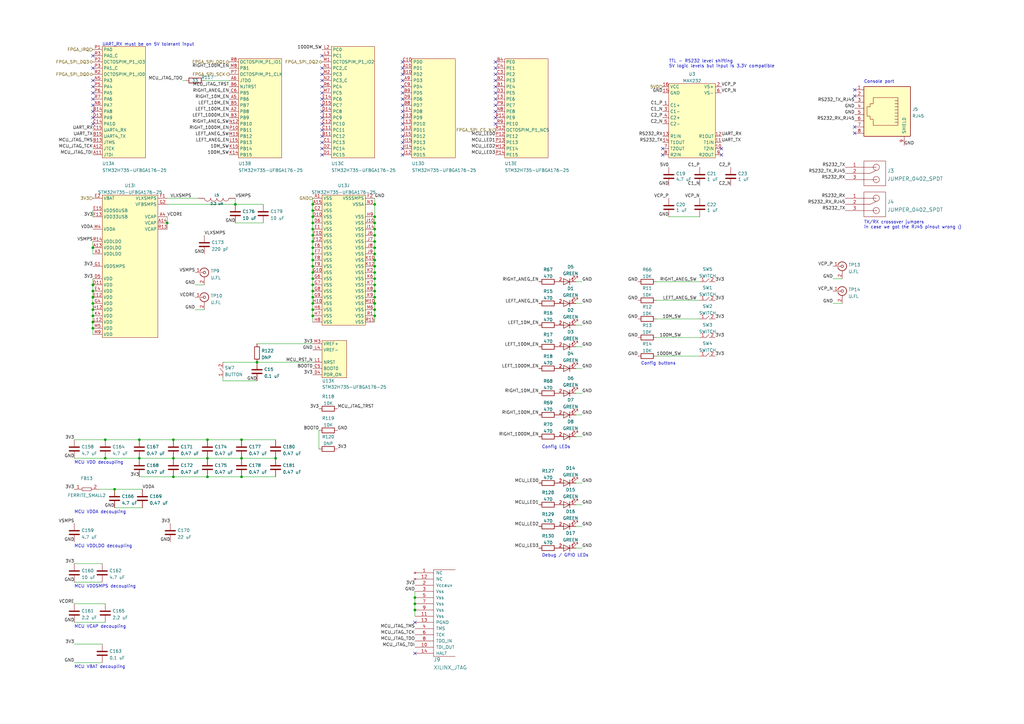
<source format=kicad_sch>
(kicad_sch (version 20211123) (generator eeschema)
  (paper "A3")
  (title_block (title "Active 10/100/1000baseT Tap") (date "2022-12-21") (rev "0.1") (company "Antikernel Labs") (comment 1 "Andrew D. Zonenberg"))
  (junction (at 128.27 127))
  (junction (at 105.41 148.59))
  (junction (at 38.1 127))
  (junction (at 128.27 93.98))
  (junction (at 99.06 187.96))
  (junction (at 153.67 121.92))
  (junction (at 153.67 83.82))
  (junction (at 128.27 119.38))
  (junction (at 71.12 195.58))
  (junction (at 38.1 116.84))
  (junction (at 153.67 124.46))
  (junction (at 153.67 114.3))
  (junction (at 170.18 245.11))
  (junction (at 57.15 180.34))
  (junction (at 38.1 124.46))
  (junction (at 128.27 91.44))
  (junction (at 153.67 88.9))
  (junction (at 153.67 101.6))
  (junction (at 71.12 180.34))
  (junction (at 68.58 91.44))
  (junction (at 128.27 116.84))
  (junction (at 153.67 104.14))
  (junction (at 153.67 96.52))
  (junction (at 153.67 91.44))
  (junction (at 128.27 106.68))
  (junction (at 153.67 111.76))
  (junction (at 128.27 114.3))
  (junction (at 153.67 109.22))
  (junction (at 170.18 247.65))
  (junction (at 128.27 96.52))
  (junction (at 38.1 119.38))
  (junction (at 113.03 187.96))
  (junction (at 38.1 132.08))
  (junction (at 153.67 127))
  (junction (at 170.18 250.19))
  (junction (at 38.1 134.62))
  (junction (at 153.67 93.98))
  (junction (at 96.52 83.82))
  (junction (at 128.27 83.82))
  (junction (at 46.99 200.66))
  (junction (at 153.67 119.38))
  (junction (at 128.27 129.54))
  (junction (at 128.27 109.22))
  (junction (at 38.1 121.92))
  (junction (at 128.27 99.06))
  (junction (at 128.27 101.6))
  (junction (at 128.27 124.46))
  (junction (at 85.09 187.96))
  (junction (at 57.15 187.96))
  (junction (at 99.06 180.34))
  (junction (at 153.67 116.84))
  (junction (at 85.09 180.34))
  (junction (at 38.1 129.54))
  (junction (at 128.27 86.36))
  (junction (at 153.67 99.06))
  (junction (at 128.27 111.76))
  (junction (at 43.18 180.34))
  (junction (at 38.1 101.6))
  (junction (at 128.27 121.92))
  (junction (at 71.12 187.96))
  (junction (at 43.18 187.96))
  (junction (at 128.27 104.14))
  (junction (at 153.67 129.54))
  (junction (at 99.06 195.58))
  (junction (at 153.67 106.68))
  (junction (at 85.09 195.58))
  (junction (at 128.27 88.9))
  (no_connect (at 165.1 53.34))
  (no_connect (at 170.18 267.97))
  (no_connect (at 165.1 48.26))
  (no_connect (at 165.1 33.02))
  (no_connect (at 165.1 30.48))
  (no_connect (at 165.1 25.4))
  (no_connect (at 165.1 45.72))
  (no_connect (at 165.1 43.18))
  (no_connect (at 165.1 40.64))
  (no_connect (at 165.1 38.1))
  (no_connect (at 165.1 35.56))
  (no_connect (at 38.1 48.26))
  (no_connect (at 203.2 40.64))
  (no_connect (at 203.2 43.18))
  (no_connect (at 203.2 45.72))
  (no_connect (at 203.2 48.26))
  (no_connect (at 203.2 50.8))
  (no_connect (at 350.52 39.37))
  (no_connect (at 350.52 36.83))
  (no_connect (at 38.1 45.72))
  (no_connect (at 132.08 60.96))
  (no_connect (at 203.2 25.4))
  (no_connect (at 203.2 27.94))
  (no_connect (at 203.2 30.48))
  (no_connect (at 203.2 33.02))
  (no_connect (at 203.2 35.56))
  (no_connect (at 295.91 63.5))
  (no_connect (at 271.78 60.96))
  (no_connect (at 271.78 63.5))
  (no_connect (at 170.18 255.27))
  (no_connect (at 203.2 38.1))
  (no_connect (at 38.1 50.8))
  (no_connect (at 132.08 22.86))
  (no_connect (at 132.08 27.94))
  (no_connect (at 132.08 30.48))
  (no_connect (at 132.08 33.02))
  (no_connect (at 132.08 35.56))
  (no_connect (at 132.08 38.1))
  (no_connect (at 132.08 40.64))
  (no_connect (at 132.08 43.18))
  (no_connect (at 132.08 48.26))
  (no_connect (at 132.08 50.8))
  (no_connect (at 132.08 53.34))
  (no_connect (at 132.08 55.88))
  (no_connect (at 132.08 58.42))
  (no_connect (at 132.08 45.72))
  (no_connect (at 165.1 27.94))
  (no_connect (at 132.08 63.5))
  (no_connect (at 165.1 63.5))
  (no_connect (at 165.1 60.96))
  (no_connect (at 165.1 58.42))
  (no_connect (at 165.1 55.88))
  (no_connect (at 350.52 52.07))
  (no_connect (at 350.52 54.61))
  (no_connect (at 38.1 38.1))
  (no_connect (at 38.1 40.64))
  (no_connect (at 38.1 43.18))
  (no_connect (at 38.1 22.86))
  (no_connect (at 38.1 27.94))
  (no_connect (at 38.1 35.56))
  (no_connect (at 38.1 33.02))
  (no_connect (at 295.91 60.96))
  (no_connect (at 165.1 50.8))
  (wire (pts (xy 91.44 156.21) (xy 91.44 154.94)))
  (wire (pts (xy 153.67 99.06) (xy 153.67 101.6)))
  (wire (pts (xy 128.27 93.98) (xy 128.27 96.52)))
  (wire (pts (xy 153.67 119.38) (xy 153.67 121.92)))
  (wire (pts (xy 38.1 114.3) (xy 38.1 116.84)))
  (wire (pts (xy 236.22 133.35) (xy 238.76 133.35)))
  (wire (pts (xy 128.27 124.46) (xy 128.27 127)))
  (wire (pts (xy 68.58 81.28) (xy 81.28 81.28)))
  (wire (pts (xy 236.22 151.13) (xy 238.76 151.13)))
  (wire (pts (xy 46.99 208.28) (xy 58.42 208.28)))
  (wire (pts (xy 96.52 83.82) (xy 107.95 83.82)))
  (wire (pts (xy 30.48 271.78) (xy 41.91 271.78)))
  (wire (pts (xy 128.27 96.52) (xy 128.27 99.06)))
  (wire (pts (xy 30.48 255.27) (xy 43.18 255.27)))
  (wire (pts (xy 30.48 247.65) (xy 43.18 247.65)))
  (wire (pts (xy 128.27 111.76) (xy 128.27 114.3)))
  (wire (pts (xy 153.67 111.76) (xy 153.67 114.3)))
  (wire (pts (xy 170.18 250.19) (xy 170.18 252.73)))
  (wire (pts (xy 170.18 247.65) (xy 170.18 250.19)))
  (wire (pts (xy 57.15 195.58) (xy 71.12 195.58)))
  (wire (pts (xy 38.1 101.6) (xy 38.1 104.14)))
  (wire (pts (xy 80.01 127) (xy 83.82 127)))
  (wire (pts (xy 71.12 195.58) (xy 85.09 195.58)))
  (wire (pts (xy 38.1 121.92) (xy 38.1 124.46)))
  (wire (pts (xy 128.27 129.54) (xy 128.27 132.08)))
  (wire (pts (xy 128.27 116.84) (xy 128.27 119.38)))
  (wire (pts (xy 128.27 106.68) (xy 128.27 109.22)))
  (wire (pts (xy 38.1 116.84) (xy 38.1 119.38)))
  (wire (pts (xy 153.67 81.28) (xy 153.67 83.82)))
  (wire (pts (xy 38.1 99.06) (xy 38.1 101.6)))
  (wire (pts (xy 99.06 180.34) (xy 113.03 180.34)))
  (wire (pts (xy 38.1 119.38) (xy 38.1 121.92)))
  (wire (pts (xy 236.22 124.46) (xy 238.76 124.46)))
  (wire (pts (xy 128.27 91.44) (xy 128.27 93.98)))
  (wire (pts (xy 153.67 129.54) (xy 153.67 132.08)))
  (wire (pts (xy 128.27 109.22) (xy 128.27 111.76)))
  (wire (pts (xy 71.12 180.34) (xy 85.09 180.34)))
  (wire (pts (xy 153.67 106.68) (xy 153.67 109.22)))
  (wire (pts (xy 38.1 132.08) (xy 38.1 134.62)))
  (wire (pts (xy 170.18 242.57) (xy 170.18 245.11)))
  (wire (pts (xy 46.99 200.66) (xy 58.42 200.66)))
  (wire (pts (xy 236.22 215.9) (xy 238.76 215.9)))
  (wire (pts (xy 153.67 104.14) (xy 153.67 106.68)))
  (wire (pts (xy 38.1 124.46) (xy 38.1 127)))
  (wire (pts (xy 341.63 124.46) (xy 345.44 124.46)))
  (wire (pts (xy 30.48 264.16) (xy 41.91 264.16)))
  (wire (pts (xy 38.1 134.62) (xy 38.1 137.16)))
  (wire (pts (xy 57.15 187.96) (xy 71.12 187.96)))
  (wire (pts (xy 153.67 96.52) (xy 153.67 99.06)))
  (wire (pts (xy 80.01 116.84) (xy 83.82 116.84)))
  (wire (pts (xy 30.48 238.76) (xy 41.91 238.76)))
  (wire (pts (xy 38.1 86.36) (xy 38.1 88.9)))
  (wire (pts (xy 236.22 179.07) (xy 238.76 179.07)))
  (wire (pts (xy 130.81 176.53) (xy 130.81 184.15)))
  (wire (pts (xy 68.58 88.9) (xy 68.58 91.44)))
  (wire (pts (xy 153.67 83.82) (xy 153.67 88.9)))
  (wire (pts (xy 128.27 88.9) (xy 128.27 91.44)))
  (wire (pts (xy 236.22 115.57) (xy 238.76 115.57)))
  (wire (pts (xy 128.27 99.06) (xy 128.27 101.6)))
  (wire (pts (xy 83.82 33.02) (xy 93.98 33.02)))
  (wire (pts (xy 128.27 101.6) (xy 128.27 104.14)))
  (wire (pts (xy 153.67 121.92) (xy 153.67 124.46)))
  (wire (pts (xy 153.67 124.46) (xy 153.67 127)))
  (wire (pts (xy 153.67 88.9) (xy 153.67 91.44)))
  (wire (pts (xy 269.24 123.19) (xy 287.02 123.19)))
  (wire (pts (xy 269.24 138.43) (xy 287.02 138.43)))
  (wire (pts (xy 170.18 245.11) (xy 170.18 247.65)))
  (wire (pts (xy 85.09 187.96) (xy 99.06 187.96)))
  (wire (pts (xy 236.22 198.12) (xy 238.76 198.12)))
  (wire (pts (xy 236.22 207.01) (xy 238.76 207.01)))
  (wire (pts (xy 128.27 121.92) (xy 128.27 124.46)))
  (wire (pts (xy 43.18 180.34) (xy 57.15 180.34)))
  (wire (pts (xy 236.22 224.79) (xy 238.76 224.79)))
  (wire (pts (xy 38.1 129.54) (xy 38.1 132.08)))
  (wire (pts (xy 153.67 93.98) (xy 153.67 96.52)))
  (wire (pts (xy 99.06 187.96) (xy 113.03 187.96)))
  (wire (pts (xy 128.27 81.28) (xy 128.27 83.82)))
  (wire (pts (xy 91.44 148.59) (xy 105.41 148.59)))
  (wire (pts (xy 38.1 127) (xy 38.1 129.54)))
  (wire (pts (xy 236.22 170.18) (xy 238.76 170.18)))
  (wire (pts (xy 128.27 119.38) (xy 128.27 121.92)))
  (wire (pts (xy 153.67 127) (xy 153.67 129.54)))
  (wire (pts (xy 269.24 115.57) (xy 287.02 115.57)))
  (wire (pts (xy 128.27 114.3) (xy 128.27 116.84)))
  (wire (pts (xy 274.32 88.9) (xy 287.02 88.9)))
  (wire (pts (xy 96.52 91.44) (xy 107.95 91.44)))
  (wire (pts (xy 30.48 180.34) (xy 43.18 180.34)))
  (wire (pts (xy 85.09 195.58) (xy 99.06 195.58)))
  (wire (pts (xy 128.27 86.36) (xy 128.27 88.9)))
  (wire (pts (xy 71.12 187.96) (xy 85.09 187.96)))
  (wire (pts (xy 236.22 161.29) (xy 238.76 161.29)))
  (wire (pts (xy 105.41 140.97) (xy 128.27 140.97)))
  (wire (pts (xy 153.67 114.3) (xy 153.67 116.84)))
  (wire (pts (xy 43.18 187.96) (xy 57.15 187.96)))
  (wire (pts (xy 128.27 104.14) (xy 128.27 106.68)))
  (wire (pts (xy 128.27 127) (xy 128.27 129.54)))
  (wire (pts (xy 153.67 91.44) (xy 153.67 93.98)))
  (wire (pts (xy 269.24 130.81) (xy 287.02 130.81)))
  (wire (pts (xy 105.41 148.59) (xy 128.27 148.59)))
  (wire (pts (xy 341.63 114.3) (xy 345.44 114.3)))
  (wire (pts (xy 128.27 83.82) (xy 128.27 86.36)))
  (wire (pts (xy 105.41 156.21) (xy 91.44 156.21)))
  (wire (pts (xy 30.48 187.96) (xy 43.18 187.96)))
  (wire (pts (xy 99.06 195.58) (xy 113.03 195.58)))
  (wire (pts (xy 153.67 116.84) (xy 153.67 119.38)))
  (wire (pts (xy 96.52 83.82) (xy 96.52 81.28)))
  (wire (pts (xy 68.58 91.44) (xy 68.58 93.98)))
  (wire (pts (xy 85.09 180.34) (xy 99.06 180.34)))
  (wire (pts (xy 269.24 146.05) (xy 287.02 146.05)))
  (wire (pts (xy 153.67 101.6) (xy 153.67 104.14)))
  (wire (pts (xy 57.15 180.34) (xy 71.12 180.34)))
  (wire (pts (xy 236.22 142.24) (xy 238.76 142.24)))
  (wire (pts (xy 30.48 231.14) (xy 41.91 231.14)))
  (wire (pts (xy 153.67 109.22) (xy 153.67 111.76)))
  (wire (pts (xy 40.64 200.66) (xy 46.99 200.66)))
  (wire (pts (xy 68.58 83.82) (xy 96.52 83.82)))
  (wire (pts (xy 74.93 33.02) (xy 76.2 33.02)))
  (text "TX/RX crossover jumpers\nin case we got the RJ45 pinout wrong :)" (at 354.33 93.98 0) (effects (font (size 1.27 1.27)) (justify left bottom)))
  (text "MCU VCAP decoupling" (at 30.48 257.81 0) (effects (font (size 1.27 1.27)) (justify left bottom)))
  (text "Config buttons" (at 262.89 149.86 0) (effects (font (size 1.27 1.27)) (justify left bottom)))
  (text "Console port" (at 354.33 34.29 0) (effects (font (size 1.27 1.27)) (justify left bottom)))
  (text "UART_RX must be on 5V tolerant input" (at 41.91 19.05 0) (effects (font (size 1.27 1.27)) (justify left bottom)))
  (text "MCU VDDSMPS decoupling" (at 30.48 241.3 0) (effects (font (size 1.27 1.27)) (justify left bottom)))
  (text "MCU VDDA decoupling" (at 30.48 210.82 0) (effects (font (size 1.27 1.27)) (justify left bottom)))
  (text "MCU VBAT decoupling" (at 30.48 274.32 0) (effects (font (size 1.27 1.27)) (justify left bottom)))
  (text "MCU VDD decoupling" (at 30.48 190.5 0) (effects (font (size 1.27 1.27)) (justify left bottom)))
  (text "Debug / GPIO LEDs" (at 222.25 228.6 0) (effects (font (size 1.27 1.27)) (justify left bottom)))
  (text "Config LEDs" (at 222.25 184.15 0) (effects (font (size 1.27 1.27)) (justify left bottom)))
  (text "MCU VDDLDO decoupling" (at 30.48 224.79 0) (effects (font (size 1.27 1.27)) (justify left bottom)))
  (text "TTL - RS232 level shifting\n5V logic levels but input is 3.3V compatible" (at 274.32 27.94 0) (effects (font (size 1.27 1.27)) (justify left bottom)))
  (label "RIGHT_1000M_EN" (at 220.98 179.07 180))
  (label "GND" (at 170.18 242.57 180))
  (label "GND" (at 238.76 224.79 0))
  (label "GND" (at 350.52 46.99 180))
  (label "GND" (at 30.48 271.78 180))
  (label "GND" (at 271.78 38.1 180))
  (label "MCU_LED3" (at 220.98 224.79 180))
  (label "BOOT0" (at 130.81 176.53 180))
  (label "RIGHT_ANEG_SW" (at 93.98 50.8 180))
  (label "RS232_TX_RJ45" (at 346.71 71.12 180))
  (label "MCU_LED1" (at 220.98 207.01 180))
  (label "UART_RX" (at 295.91 55.88 0))
  (label "GND" (at 30.48 222.25 180))
  (label "GND" (at 238.76 215.9 0))
  (label "RIGHT_10M_EN" (at 93.98 40.64 180))
  (label "UART_TX" (at 295.91 58.42 0))
  (label "UART_TX" (at 38.1 55.88 180))
  (label "MCU_LED1" (at 203.2 58.42 180))
  (label "VSMPS" (at 38.1 99.06 180))
  (label "GND" (at 128.27 143.51 180))
  (label "100M_SW" (at 93.98 63.5 180))
  (label "3V3" (at 38.1 88.9 180))
  (label "GND" (at 261.62 146.05 180))
  (label "GND" (at 238.76 161.29 0))
  (label "VCP_P" (at 341.63 109.22 180))
  (label "RS232_TX_RJ45" (at 350.52 41.91 180))
  (label "VCP_P" (at 295.91 35.56 0))
  (label "GND" (at 238.76 115.57 0))
  (label "3V3" (at 128.27 140.97 180))
  (label "C2_N" (at 299.72 76.2 180))
  (label "GND" (at 30.48 238.76 180))
  (label "3V3" (at 57.15 195.58 180))
  (label "GND" (at 238.76 170.18 0))
  (label "RS232_RX" (at 271.78 55.88 180))
  (label "GND" (at 238.76 207.01 0))
  (label "GND" (at 274.32 76.2 180))
  (label "3V3" (at 293.37 123.19 0))
  (label "GND" (at 261.62 130.81 180))
  (label "VCORE" (at 68.58 88.9 0))
  (label "VCP_N" (at 287.02 81.28 180))
  (label "3V3" (at 138.43 184.15 0))
  (label "GND" (at 83.82 104.14 180))
  (label "RIGHT_100M_EN" (at 220.98 170.18 180))
  (label "RS232_RX_RJ45" (at 346.71 83.82 180))
  (label "3V3" (at 293.37 115.57 0))
  (label "GND" (at 69.85 222.25 180))
  (label "MCU_LED2" (at 220.98 215.9 180))
  (label "GND" (at 238.76 179.07 0))
  (label "VCORE" (at 80.01 121.92 180))
  (label "GND" (at 350.52 44.45 180))
  (label "VCP_N" (at 341.63 119.38 180))
  (label "3V3" (at 38.1 109.22 180))
  (label "GND" (at 261.62 123.19 180))
  (label "C2_N" (at 271.78 50.8 180))
  (label "GND" (at 30.48 187.96 180))
  (label "3V3" (at 130.81 167.64 180))
  (label "RS232_RX" (at 346.71 81.28 180))
  (label "3V3" (at 69.85 214.63 180))
  (label "VCP_P" (at 274.32 81.28 180))
  (label "BOOT0" (at 128.27 151.13 180))
  (label "UART_RX" (at 38.1 53.34 180))
  (label "C1_N" (at 287.02 76.2 180))
  (label "LEFT_100M_EN" (at 93.98 45.72 180))
  (label "GND" (at 46.99 208.28 180))
  (label "GND" (at 274.32 88.9 180))
  (label "GND" (at 261.62 115.57 180))
  (label "MCU_JTAG_TDO" (at 74.93 33.02 180))
  (label "VSMPS" (at 80.01 111.76 180))
  (label "RIGHT_ANEG_EN" (at 220.98 115.57 180))
  (label "1000M_SW" (at 279.4 146.05 180))
  (label "LEFT_ANEG_EN" (at 220.98 124.46 180))
  (label "MCU_JTAG_TRST" (at 138.43 167.64 0))
  (label "C2_P" (at 299.72 68.58 180))
  (label "LEFT_ANEG_SW" (at 93.98 55.88 180))
  (label "GND" (at 341.63 124.46 180))
  (label "VDDA" (at 58.42 200.66 0))
  (label "LEFT_100M_EN" (at 220.98 142.24 180))
  (label "RS232_TX" (at 346.71 68.58 180))
  (label "VLXSMPS" (at 69.85 81.28 0))
  (label "VSMPS" (at 30.48 214.63 180))
  (label "GND" (at 30.48 255.27 180))
  (label "RS232_RX_RJ45" (at 350.52 49.53 180))
  (label "GND" (at 105.41 156.21 180))
  (label "LEFT_10M_EN" (at 93.98 43.18 180))
  (label "GND" (at 238.76 133.35 0))
  (label "LEFT_1000M_EN" (at 220.98 151.13 180))
  (label "MCU_JTAG_TRST" (at 93.98 35.56 180))
  (label "GND" (at 238.76 198.12 0))
  (label "MCU_LED3" (at 203.2 63.5 180))
  (label "100M_SW" (at 279.4 138.43 180))
  (label "MCU_LED0" (at 220.98 198.12 180))
  (label "GND" (at 370.84 59.69 0))
  (label "GND" (at 341.63 114.3 180))
  (label "C1_N" (at 271.78 45.72 180))
  (label "3V3" (at 38.1 114.3 180))
  (label "RIGHT_1000M_EN" (at 93.98 53.34 180))
  (label "GND" (at 138.43 176.53 0))
  (label "VLXSMPS" (at 83.82 96.52 0))
  (label "GND" (at 238.76 142.24 0))
  (label "RIGHT_ANEG_EN" (at 93.98 38.1 180))
  (label "LEFT_ANEG_EN" (at 93.98 58.42 180))
  (label "MCU_JTAG_TCK" (at 38.1 60.96 180))
  (label "3V3" (at 128.27 153.67 180))
  (label "3V3" (at 293.37 138.43 0))
  (label "MCU_JTAG_TCK" (at 170.18 260.35 180))
  (label "1000M_SW" (at 132.08 20.32 180))
  (label "3V3" (at 293.37 146.05 0))
  (label "3V3" (at 30.48 180.34 180))
  (label "C1_P" (at 287.02 68.58 180))
  (label "GND" (at 80.01 127 180))
  (label "3V3" (at 170.18 240.03 180))
  (label "GND" (at 261.62 138.43 180))
  (label "C2_P" (at 271.78 48.26 180))
  (label "LEFT_ANEG_SW" (at 285.75 123.19 180))
  (label "VCORE" (at 30.48 247.65 180))
  (label "MCU_LED0" (at 203.2 55.88 180))
  (label "C1_P" (at 271.78 43.18 180))
  (label "GND" (at 96.52 91.44 180))
  (label "MCU_JTAG_TDO" (at 170.18 262.89 180))
  (label "VSMPS" (at 96.52 81.28 0))
  (label "10M_SW" (at 279.4 130.81 180))
  (label "RS232_RX" (at 346.71 73.66 180))
  (label "3V3" (at 30.48 200.66 180))
  (label "3V3" (at 30.48 231.14 180))
  (label "GND" (at 153.67 81.28 0))
  (label "LEFT_1000M_EN" (at 93.98 48.26 180))
  (label "MCU_RST_N" (at 128.27 148.59 180))
  (label "RIGHT_100M_EN" (at 93.98 27.94 180))
  (label "10M_SW" (at 93.98 60.96 180))
  (label "VCP_N" (at 295.91 38.1 0))
  (label "GND" (at 238.76 151.13 0))
  (label "MCU_JTAG_TDI" (at 170.18 265.43 180))
  (label "MCU_JTAG_TMS" (at 38.1 58.42 180))
  (label "RS232_TX" (at 346.71 86.36 180))
  (label "5V0" (at 274.32 68.58 180))
  (label "3V3" (at 30.48 264.16 180))
  (label "VDDA" (at 38.1 93.98 180))
  (label "LEFT_10M_EN" (at 220.98 133.35 180))
  (label "MCU_LED2" (at 203.2 60.96 180))
  (label "MCU_JTAG_TMS" (at 170.18 257.81 180))
  (label "MCU_JTAG_TDI" (at 38.1 63.5 180))
  (label "3V3" (at 293.37 130.81 0))
  (label "RIGHT_10M_EN" (at 220.98 161.29 180))
  (label "GND" (at 238.76 124.46 0))
  (label "RIGHT_ANEG_SW" (at 285.75 115.57 180))
  (label "GND" (at 80.01 116.84 180))
  (label "RS232_TX" (at 271.78 58.42 180))
  (hierarchical_label "FPGA_SPI_DQ2" (shape bidirectional) (at 132.08 25.4 180))
  (hierarchical_label "5V0" (shape input) (at 271.78 35.56 180))
  (hierarchical_label "FPGA_SPI_DQ3" (shape bidirectional) (at 38.1 25.4 180))
  (hierarchical_label "FPGA_SPI_SCK" (shape output) (at 93.98 30.48 180))
  (hierarchical_label "3V3" (shape input) (at 38.1 81.28 180))
  (hierarchical_label "FPGA_SPI_DQ0" (shape bidirectional) (at 38.1 30.48 180))
  (hierarchical_label "FPGA_SPI_DQ1" (shape bidirectional) (at 93.98 25.4 180))
  (hierarchical_label "GND" (shape input) (at 128.27 81.28 180))
  (hierarchical_label "FPGA_SPI_CS_N" (shape output) (at 203.2 53.34 180))
  (hierarchical_label "FPGA_IRQ" (shape input) (at 38.1 20.32 180))
  (symbol (lib_id "device:LED") (at 232.41 124.46 180) (unit 1)
    (property "Reference" "D1" (at 234.0102 118.3345 0))
    (property "Value" "GREEN" (at 234.0102 121.1096 0))
    (property "Footprint" "azonenberg_pcb:EIA_0603_LED" (effects hide))
  )
  (symbol (lib_id "device:R") (at 134.62 176.53 90) (unit 1)
    (property "Reference" "R119" (at 134.62 171.5475 90))
    (property "Value" "10K" (at 134.62 174.3226 90))
    (property "Footprint" "azonenberg_pcb:EIA_0402_RES_NOSILK" (effects hide))
  )
  (symbol (lib_id "xilinx-azonenberg:XILINX_JTAG") (at 170.18 267.97 0) (unit 1)
    (property "Reference" "J9" (at 177.8 270.51 0) (effects (font (size 1.524 1.524)) (justify left)))
    (property "Value" "XILINX_JTAG" (at 177.8 273.789 0) (effects (font (size 1.524 1.524)) (justify left)))
    (property "Footprint" "azonenberg_pcb:XILINX_JTAG_PTH_MOLEX_0878311420" (effects hide))
  )
  (symbol (lib_id "device:C") (at 71.12 191.77 0) (unit 1)
    (property "Reference" "C172" (at 74.041 190.8615 0) (effects (justify left)))
    (property "Value" "0.47 uF" (at 74.041 193.6366 0) (effects (justify left)))
    (property "Footprint" "azonenberg_pcb:EIA_0402_CAP_NOSILK" (effects hide))
  )
  (symbol (lib_id "device:R") (at 265.43 115.57 270) (unit 1)
    (property "Reference" "R66" (at 265.43 110.5875 90))
    (property "Value" "10K" (at 265.43 113.3626 90))
    (property "Footprint" "azonenberg_pcb:EIA_0402_RES_NOSILK" (effects hide))
  )
  (symbol (lib_id "device:R") (at 224.79 115.57 90) (unit 1)
    (property "Reference" "R67" (at 224.79 110.5875 90))
    (property "Value" "470" (at 224.79 113.3626 90))
    (property "Footprint" "azonenberg_pcb:EIA_0402_RES_NOSILK" (effects hide))
  )
  (symbol (lib_id "passive-azonenberg:SWITCH") (at 91.44 152.4 90) (unit 1)
    (property "Reference" "SW7" (at 92.1512 150.8565 90) (effects (justify right)))
    (property "Value" "BUTTON" (at 92.1512 153.6316 90) (effects (justify right)))
    (property "Footprint" "azonenberg_pcb:SWITCH_RAFI_MICON_5" (effects hide))
  )
  (symbol (lib_id "device:R") (at 224.79 161.29 90) (unit 1)
    (property "Reference" "R68" (at 224.79 156.3075 90))
    (property "Value" "470" (at 224.79 159.0826 90))
    (property "Footprint" "azonenberg_pcb:EIA_0402_RES_NOSILK" (effects hide))
  )
  (symbol (lib_id "device:C") (at 30.48 218.44 0) (unit 1)
    (property "Reference" "C159" (at 33.401 217.5315 0) (effects (justify left)))
    (property "Value" "4.7 uF" (at 33.401 220.3066 0) (effects (justify left)))
    (property "Footprint" "azonenberg_pcb:EIA_0603_CAP_NOSILK" (effects hide))
  )
  (symbol (lib_id "device:R") (at 80.01 33.02 90) (unit 1)
    (property "Reference" "R117" (at 85.09 31.75 90))
    (property "Value" "33" (at 80.01 33.02 90))
    (property "Footprint" "azonenberg_pcb:EIA_0402_RES_NOSILK" (effects hide))
  )
  (symbol (lib_id "device:LED") (at 232.41 198.12 180) (unit 1)
    (property "Reference" "D14" (at 234.0102 191.9945 0))
    (property "Value" "GREEN" (at 234.0102 194.7696 0))
    (property "Footprint" "azonenberg_pcb:EIA_0603_LED" (effects hide))
  )
  (symbol (lib_id "passive-azonenberg:INDUCTOR_PWROUT") (at 88.9 81.28 270) (unit 1)
    (property "Reference" "L5" (at 88.9 80.01 90) (effects (font (size 1.016 1.016))))
    (property "Value" "2.2 uH" (at 88.9 83.5544 90) (effects (font (size 1.016 1.016))))
    (property "Footprint" "azonenberg_pcb:EIA_1210_CAP_NOSILK" (effects hide))
  )
  (symbol (lib_id "passive-azonenberg:SWITCH") (at 289.56 146.05 0) (unit 1)
    (property "Reference" "SW4" (at 290.195 140.8643 0))
    (property "Value" "SWITCH" (at 290.195 143.6394 0))
    (property "Footprint" "azonenberg_pcb:SWITCH_RAFI_MICON_5" (effects hide))
  )
  (symbol (lib_id "device:C") (at 83.82 100.33 0) (unit 1)
    (property "Reference" "C173" (at 86.741 99.4215 0) (effects (justify left)))
    (property "Value" "220 pF" (at 86.741 102.1966 0) (effects (justify left)))
    (property "Footprint" "azonenberg_pcb:EIA_0402_CAP_NOSILK" (effects hide))
  )
  (symbol (lib_id "st-azonenberg:STM32H735-UFBGA176-25") (at 41.91 64.77 0) (unit 1)
    (property "Reference" "U13" (at 41.91 67.0749 0) (effects (justify left)))
    (property "Value" "STM32H735-UFBGA176-25" (at 41.91 69.85 0) (effects (justify left)))
    (property "Footprint" "azonenberg_pcb:BGA_201_10x10_DEPOP_0.65MM_OSHPARK" (effects hide))
    (pin "A11" (alternate "JTDI"))
    (pin "A12" (alternate "JTCK"))
    (pin "B13" (alternate "JTMS"))
    (pin "B15" (alternate "UART4_TX"))
    (pin "C15" (alternate "UART4_RX"))
    (pin "P2" (alternate "OCTOSPIM_P1_IO3"))
    (pin "R2" (alternate "OCTOSPIM_P1_IO0"))
  )
  (symbol (lib_id "device:C") (at 30.48 184.15 0) (unit 1)
    (property "Reference" "C158" (at 33.401 183.2415 0) (effects (justify left)))
    (property "Value" "4.7 uF" (at 33.401 186.0166 0) (effects (justify left)))
    (property "Footprint" "azonenberg_pcb:EIA_0603_CAP_NOSILK" (effects hide))
  )
  (symbol (lib_id "conn:RJ45") (at 361.95 45.72 270) (unit 1)
    (property "Reference" "J5" (at 374.142 44.8115 90) (effects (justify left)))
    (property "Value" "RJ45" (at 374.142 47.5866 90) (effects (justify left)))
    (property "Footprint" "azonenberg_pcb:CONN_RJ45_BELSTEWART_SS-7188S-A-PG4-1-BA-xx" (effects hide))
  )
  (symbol (lib_id "st-azonenberg:STM32H735-UFBGA176-25") (at 168.91 64.77 0) (unit 4)
    (property "Reference" "U13" (at 168.91 67.0749 0) (effects (justify left)))
    (property "Value" "STM32H735-UFBGA176-25" (at 168.91 69.85 0) (effects (justify left)))
    (property "Footprint" "azonenberg_pcb:BGA_201_10x10_DEPOP_0.65MM_OSHPARK" (effects hide))
  )
  (symbol (lib_id "device:C") (at 287.02 85.09 0) (unit 1)
    (property "Reference" "C22" (at 289.941 83.9216 0) (effects (justify left)))
    (property "Value" "1 uF" (at 289.941 86.233 0) (effects (justify left)))
    (property "Footprint" "azonenberg_pcb:EIA_0603_CAP_NOSILK" (effects hide))
  )
  (symbol (lib_id "device:LED") (at 232.41 224.79 180) (unit 1)
    (property "Reference" "D17" (at 234.0102 218.6645 0))
    (property "Value" "GREEN" (at 234.0102 221.4396 0))
    (property "Footprint" "azonenberg_pcb:EIA_0603_LED" (effects hide))
  )
  (symbol (lib_id "device:LED") (at 232.41 170.18 180) (unit 1)
    (property "Reference" "D7" (at 234.0102 164.0545 0))
    (property "Value" "GREEN" (at 234.0102 166.8296 0))
    (property "Footprint" "azonenberg_pcb:EIA_0603_LED" (effects hide))
  )
  (symbol (lib_id "device:C") (at 43.18 251.46 0) (unit 1)
    (property "Reference" "C165" (at 46.101 250.5515 0) (effects (justify left)))
    (property "Value" "2.2 uF" (at 46.101 253.3266 0) (effects (justify left)))
    (property "Footprint" "azonenberg_pcb:EIA_0603_CAP_NOSILK" (effects hide))
  )
  (symbol (lib_id "device:R") (at 224.79 133.35 90) (unit 1)
    (property "Reference" "R16" (at 224.79 128.3675 90))
    (property "Value" "470" (at 224.79 131.1426 90))
    (property "Footprint" "azonenberg_pcb:EIA_0402_RES_NOSILK" (effects hide))
  )
  (symbol (lib_id "device:LED") (at 232.41 207.01 180) (unit 1)
    (property "Reference" "D15" (at 234.0102 200.8845 0))
    (property "Value" "GREEN" (at 234.0102 203.6596 0))
    (property "Footprint" "azonenberg_pcb:EIA_0603_LED" (effects hide))
  )
  (symbol (lib_id "device:LED") (at 232.41 161.29 180) (unit 1)
    (property "Reference" "D6" (at 234.0102 155.1645 0))
    (property "Value" "GREEN" (at 234.0102 157.9396 0))
    (property "Footprint" "azonenberg_pcb:EIA_0603_LED" (effects hide))
  )
  (symbol (lib_id "device:LED") (at 232.41 133.35 180) (unit 1)
    (property "Reference" "D2" (at 234.0102 127.2245 0))
    (property "Value" "GREEN" (at 234.0102 129.9996 0))
    (property "Footprint" "azonenberg_pcb:EIA_0603_LED" (effects hide))
  )
  (symbol (lib_id "device:C") (at 105.41 152.4 0) (unit 1)
    (property "Reference" "C15" (at 108.331 151.4915 0) (effects (justify left)))
    (property "Value" "0.1 uF" (at 108.331 154.2666 0) (effects (justify left)))
    (property "Footprint" "azonenberg_pcb:EIA_0402_CAP_NOSILK" (effects hide))
  )
  (symbol (lib_id "st-azonenberg:STM32H735-UFBGA176-25") (at 135.89 64.77 0) (unit 3)
    (property "Reference" "U13" (at 135.89 67.0749 0) (effects (justify left)))
    (property "Value" "STM32H735-UFBGA176-25" (at 135.89 69.85 0) (effects (justify left)))
    (property "Footprint" "azonenberg_pcb:BGA_201_10x10_DEPOP_0.65MM_OSHPARK" (effects hide))
    (pin "M1" (alternate "OCTOSPIM_P1_IO2"))
  )
  (symbol (lib_id "passive-azonenberg:SWITCH") (at 289.56 123.19 0) (unit 1)
    (property "Reference" "SW1" (at 290.195 118.0043 0))
    (property "Value" "SWITCH" (at 290.195 120.7794 0))
    (property "Footprint" "azonenberg_pcb:SWITCH_RAFI_MICON_5" (effects hide))
  )
  (symbol (lib_id "device:R") (at 224.79 224.79 90) (unit 1)
    (property "Reference" "R130" (at 224.79 219.8075 90))
    (property "Value" "470" (at 224.79 222.5826 90))
    (property "Footprint" "azonenberg_pcb:EIA_0402_RES_NOSILK" (effects hide))
  )
  (symbol (lib_id "device:R") (at 224.79 151.13 90) (unit 1)
    (property "Reference" "R18" (at 224.79 146.1475 90))
    (property "Value" "470" (at 224.79 148.9226 90))
    (property "Footprint" "azonenberg_pcb:EIA_0402_RES_NOSILK" (effects hide))
  )
  (symbol (lib_id "device:R") (at 224.79 124.46 90) (unit 1)
    (property "Reference" "R15" (at 224.79 119.4775 90))
    (property "Value" "470" (at 224.79 122.2526 90))
    (property "Footprint" "azonenberg_pcb:EIA_0402_RES_NOSILK" (effects hide))
  )
  (symbol (lib_id "device:R") (at 224.79 198.12 90) (unit 1)
    (property "Reference" "R127" (at 224.79 193.1375 90))
    (property "Value" "470" (at 224.79 195.9126 90))
    (property "Footprint" "azonenberg_pcb:EIA_0402_RES_NOSILK" (effects hide))
  )
  (symbol (lib_id "device:C") (at 274.32 85.09 0) (unit 1)
    (property "Reference" "C20" (at 277.241 83.9216 0) (effects (justify left)))
    (property "Value" "1 uF" (at 277.241 86.233 0) (effects (justify left)))
    (property "Footprint" "azonenberg_pcb:EIA_0603_CAP_NOSILK" (effects hide))
  )
  (symbol (lib_id "st-azonenberg:STM32H735-UFBGA176-25") (at 132.08 154.94 0) (unit 11)
    (property "Reference" "U13" (at 132.08 156.21 0) (effects (justify left)))
    (property "Value" "STM32H735-UFBGA176-25" (at 132.08 158.75 0) (effects (justify left)))
    (property "Footprint" "azonenberg_pcb:BGA_201_10x10_DEPOP_0.65MM_OSHPARK" (effects hide))
  )
  (symbol (lib_id "st-azonenberg:STM32H735-UFBGA176-25") (at 97.79 64.77 0) (unit 2)
    (property "Reference" "U13" (at 97.79 67.0749 0) (effects (justify left)))
    (property "Value" "STM32H735-UFBGA176-25" (at 97.79 69.85 0) (effects (justify left)))
    (property "Footprint" "azonenberg_pcb:BGA_201_10x10_DEPOP_0.65MM_OSHPARK" (effects hide))
    (pin "A6" (alternate "JTDO"))
    (pin "B6" (alternate "NJTRST"))
    (pin "P7" (alternate "OCTOSPIM_P1_CLK"))
    (pin "R8" (alternate "OCTOSPIM_P1_IO1"))
  )
  (symbol (lib_id "st-azonenberg:STM32H735-UFBGA176-25") (at 207.01 64.77 0) (unit 5)
    (property "Reference" "U13" (at 207.01 67.0749 0) (effects (justify left)))
    (property "Value" "STM32H735-UFBGA176-25" (at 207.01 69.85 0) (effects (justify left)))
    (property "Footprint" "azonenberg_pcb:BGA_201_10x10_DEPOP_0.65MM_OSHPARK" (effects hide))
    (pin "R12" (alternate "OCTOSPIM_P1_NCS"))
  )
  (symbol (lib_id "device:R") (at 265.43 123.19 270) (unit 1)
    (property "Reference" "R11" (at 265.43 118.2075 90))
    (property "Value" "10K" (at 265.43 120.9826 90))
    (property "Footprint" "azonenberg_pcb:EIA_0402_RES_NOSILK" (effects hide))
  )
  (symbol (lib_id "device:C") (at 46.99 204.47 0) (unit 1)
    (property "Reference" "C166" (at 49.911 203.5615 0) (effects (justify left)))
    (property "Value" "4.7 uF" (at 49.911 206.3366 0) (effects (justify left)))
    (property "Footprint" "azonenberg_pcb:EIA_0603_CAP_NOSILK" (effects hide))
  )
  (symbol (lib_id "device:C") (at 299.72 72.39 0) (unit 1)
    (property "Reference" "C23" (at 302.641 71.2216 0) (effects (justify left)))
    (property "Value" "1 uF" (at 302.641 73.533 0) (effects (justify left)))
    (property "Footprint" "azonenberg_pcb:EIA_0603_CAP_NOSILK" (effects hide))
  )
  (symbol (lib_id "device:R") (at 265.43 138.43 270) (unit 1)
    (property "Reference" "R13" (at 265.43 133.4475 90))
    (property "Value" "10K" (at 265.43 136.2226 90))
    (property "Footprint" "azonenberg_pcb:EIA_0402_RES_NOSILK" (effects hide))
  )
  (symbol (lib_id "device:R") (at 105.41 144.78 180) (unit 1)
    (property "Reference" "R122" (at 107.188 143.8715 0) (effects (justify right)))
    (property "Value" "DNP" (at 107.188 146.6466 0) (effects (justify right)))
    (property "Footprint" "azonenberg_pcb:EIA_0402_RES_NOSILK" (effects hide))
  )
  (symbol (lib_id "passive-azonenberg:FERRITE_SMALL2") (at 35.56 200.66 0) (unit 1)
    (property "Reference" "FB13" (at 35.56 196.1855 0))
    (property "Value" "FERRITE_SMALL2" (at 35.56 203.2 0))
    (property "Footprint" "azonenberg_pcb:EIA_0603_INDUCTOR_NOSILK" (effects hide))
  )
  (symbol (lib_id "device:R") (at 224.79 179.07 90) (unit 1)
    (property "Reference" "R70" (at 224.79 174.0875 90))
    (property "Value" "470" (at 224.79 176.8626 90))
    (property "Footprint" "azonenberg_pcb:EIA_0402_RES_NOSILK" (effects hide))
  )
  (symbol (lib_id "special-azonenberg:JUMPER_0402_SPDT") (at 354.33 88.9 0) (mirror y) (unit 1)
    (property "Reference" "J4" (at 363.855 82.7553 0) (effects (font (size 1.524 1.524)) (justify right)))
    (property "Value" "JUMPER_0402_SPDT" (at 363.855 86.0343 0) (effects (font (size 1.524 1.524)) (justify right)))
    (property "Footprint" "azonenberg_pcb:EIA_0402_JUMPER" (effects hide))
  )
  (symbol (lib_id "device:C") (at 107.95 87.63 0) (unit 1)
    (property "Reference" "C179" (at 110.871 86.7215 0) (effects (justify left)))
    (property "Value" "10 uF" (at 110.871 89.4966 0) (effects (justify left)))
    (property "Footprint" "azonenberg_pcb:EIA_0805_CAP_NOSILK" (effects hide))
  )
  (symbol (lib_id "device:R") (at 265.43 146.05 270) (unit 1)
    (property "Reference" "R14" (at 265.43 141.0675 90))
    (property "Value" "10K" (at 265.43 143.8426 90))
    (property "Footprint" "azonenberg_pcb:EIA_0402_RES_NOSILK" (effects hide))
  )
  (symbol (lib_id "device:C") (at 30.48 234.95 0) (unit 1)
    (property "Reference" "C160" (at 33.401 234.0415 0) (effects (justify left)))
    (property "Value" "10 uF" (at 33.401 236.8166 0) (effects (justify left)))
    (property "Footprint" "azonenberg_pcb:EIA_0805_CAP_NOSILK" (effects hide))
  )
  (symbol (lib_id "conn:CONN_COAXIAL") (at 83.82 111.76 0) (unit 1)
    (property "Reference" "TP9" (at 86.3601 111.1447 0) (effects (justify left)))
    (property "Value" "U.FL" (at 86.3601 113.9198 0) (effects (justify left)))
    (property "Footprint" "azonenberg_pcb:CONN_U.FL_TE_1909763-1" (effects hide))
  )
  (symbol (lib_id "device:R") (at 134.62 184.15 90) (unit 1)
    (property "Reference" "R120" (at 134.62 179.1675 90))
    (property "Value" "DNP" (at 134.62 181.9426 90))
    (property "Footprint" "azonenberg_pcb:EIA_0402_RES_NOSILK" (effects hide))
  )
  (symbol (lib_id "passive-azonenberg:SWITCH") (at 289.56 138.43 0) (unit 1)
    (property "Reference" "SW3" (at 290.195 133.2443 0))
    (property "Value" "SWITCH" (at 290.195 136.0194 0))
    (property "Footprint" "azonenberg_pcb:SWITCH_RAFI_MICON_5" (effects hide))
  )
  (symbol (lib_id "device:C") (at 57.15 191.77 0) (unit 1)
    (property "Reference" "C168" (at 60.071 190.8615 0) (effects (justify left)))
    (property "Value" "0.47 uF" (at 60.071 193.6366 0) (effects (justify left)))
    (property "Footprint" "azonenberg_pcb:EIA_0402_CAP_NOSILK" (effects hide))
  )
  (symbol (lib_id "device:C") (at 274.32 72.39 0) (unit 1)
    (property "Reference" "C19" (at 277.241 71.2216 0) (effects (justify left)))
    (property "Value" "4.7 uF" (at 277.241 73.533 0) (effects (justify left)))
    (property "Footprint" "azonenberg_pcb:EIA_0603_CAP_NOSILK" (effects hide))
  )
  (symbol (lib_id "device:C") (at 41.91 234.95 0) (unit 1)
    (property "Reference" "C162" (at 44.831 234.0415 0) (effects (justify left)))
    (property "Value" "4.7 uF" (at 44.831 236.8166 0) (effects (justify left)))
    (property "Footprint" "azonenberg_pcb:EIA_0603_CAP_NOSILK" (effects hide))
  )
  (symbol (lib_id "device:C") (at 57.15 184.15 0) (unit 1)
    (property "Reference" "C167" (at 60.071 183.2415 0) (effects (justify left)))
    (property "Value" "0.47 uF" (at 60.071 186.0166 0) (effects (justify left)))
    (property "Footprint" "azonenberg_pcb:EIA_0402_CAP_NOSILK" (effects hide))
  )
  (symbol (lib_id "device:C") (at 113.03 184.15 0) (unit 1)
    (property "Reference" "C180" (at 115.951 183.2415 0) (effects (justify left)))
    (property "Value" "0.47 uF" (at 115.951 186.0166 0) (effects (justify left)))
    (property "Footprint" "azonenberg_pcb:EIA_0402_CAP_NOSILK" (effects hide))
  )
  (symbol (lib_id "conn:CONN_COAXIAL") (at 345.44 109.22 0) (unit 1)
    (property "Reference" "TP13" (at 347.9801 108.6047 0) (effects (justify left)))
    (property "Value" "U.FL" (at 347.9801 111.3798 0) (effects (justify left)))
    (property "Footprint" "azonenberg_pcb:CONN_U.FL_TE_1909763-1" (effects hide))
  )
  (symbol (lib_id "passive-azonenberg:SWITCH") (at 289.56 130.81 0) (unit 1)
    (property "Reference" "SW2" (at 290.195 125.6243 0))
    (property "Value" "SWITCH" (at 290.195 128.3994 0))
    (property "Footprint" "azonenberg_pcb:SWITCH_RAFI_MICON_5" (effects hide))
  )
  (symbol (lib_id "st-azonenberg:STM32H735-UFBGA176-25") (at 132.08 133.35 0) (unit 10)
    (property "Reference" "U13" (at 140.97 76.0943 0))
    (property "Value" "STM32H735-UFBGA176-25" (at 140.97 78.8694 0))
    (property "Footprint" "azonenberg_pcb:BGA_201_10x10_DEPOP_0.65MM_OSHPARK" (effects hide))
  )
  (symbol (lib_id "device:R") (at 224.79 142.24 90) (unit 1)
    (property "Reference" "R17" (at 224.79 137.2575 90))
    (property "Value" "470" (at 224.79 140.0326 90))
    (property "Footprint" "azonenberg_pcb:EIA_0402_RES_NOSILK" (effects hide))
  )
  (symbol (lib_id "device:C") (at 43.18 184.15 0) (unit 1)
    (property "Reference" "C164" (at 46.101 183.2415 0) (effects (justify left)))
    (property "Value" "4.7 uF" (at 46.101 186.0166 0) (effects (justify left)))
    (property "Footprint" "azonenberg_pcb:EIA_0603_CAP_NOSILK" (effects hide))
  )
  (symbol (lib_id "device:LED") (at 232.41 151.13 180) (unit 1)
    (property "Reference" "D4" (at 234.0102 145.0045 0))
    (property "Value" "GREEN" (at 234.0102 147.7796 0))
    (property "Footprint" "azonenberg_pcb:EIA_0603_LED" (effects hide))
  )
  (symbol (lib_id "device:C") (at 30.48 251.46 0) (unit 1)
    (property "Reference" "C161" (at 33.401 250.5515 0) (effects (justify left)))
    (property "Value" "2.2 uF" (at 33.401 253.3266 0) (effects (justify left)))
    (property "Footprint" "azonenberg_pcb:EIA_0603_CAP_NOSILK" (effects hide))
  )
  (symbol (lib_id "device:R") (at 224.79 207.01 90) (unit 1)
    (property "Reference" "R128" (at 224.79 202.0275 90))
    (property "Value" "470" (at 224.79 204.8026 90))
    (property "Footprint" "azonenberg_pcb:EIA_0402_RES_NOSILK" (effects hide))
  )
  (symbol (lib_id "device:C") (at 69.85 218.44 0) (unit 1)
    (property "Reference" "C170" (at 72.771 217.5315 0) (effects (justify left)))
    (property "Value" "22 uF" (at 72.771 220.3066 0) (effects (justify left)))
    (property "Footprint" "azonenberg_pcb:EIA_1206_CAP_NOSILK" (effects hide))
  )
  (symbol (lib_id "special-azonenberg:MAX232") (at 274.32 64.77 0) (unit 1)
    (property "Reference" "U3" (at 283.845 30.3743 0))
    (property "Value" "MAX232" (at 283.845 33.1494 0))
    (property "Footprint" "azonenberg_pcb:SOIC_16_3.9MM" (effects hide))
  )
  (symbol (lib_id "conn:CONN_COAXIAL") (at 345.44 119.38 0) (unit 1)
    (property "Reference" "TP14" (at 347.9801 118.7647 0) (effects (justify left)))
    (property "Value" "U.FL" (at 347.9801 121.5398 0) (effects (justify left)))
    (property "Footprint" "azonenberg_pcb:CONN_U.FL_TE_1909763-1" (effects hide))
  )
  (symbol (lib_id "device:C") (at 85.09 184.15 0) (unit 1)
    (property "Reference" "C174" (at 88.011 183.2415 0) (effects (justify left)))
    (property "Value" "0.47 uF" (at 88.011 186.0166 0) (effects (justify left)))
    (property "Footprint" "azonenberg_pcb:EIA_0402_CAP_NOSILK" (effects hide))
  )
  (symbol (lib_id "device:R") (at 224.79 170.18 90) (unit 1)
    (property "Reference" "R69" (at 224.79 165.1975 90))
    (property "Value" "470" (at 224.79 167.9726 90))
    (property "Footprint" "azonenberg_pcb:EIA_0402_RES_NOSILK" (effects hide))
  )
  (symbol (lib_id "passive-azonenberg:SWITCH") (at 289.56 115.57 0) (unit 1)
    (property "Reference" "SW5" (at 290.195 110.3843 0))
    (property "Value" "SWITCH" (at 290.195 113.1594 0))
    (property "Footprint" "azonenberg_pcb:SWITCH_RAFI_MICON_5" (effects hide))
  )
  (symbol (lib_id "device:LED") (at 232.41 142.24 180) (unit 1)
    (property "Reference" "D3" (at 234.0102 136.1145 0))
    (property "Value" "GREEN" (at 234.0102 138.8896 0))
    (property "Footprint" "azonenberg_pcb:EIA_0603_LED" (effects hide))
  )
  (symbol (lib_id "device:C") (at 99.06 184.15 0) (unit 1)
    (property "Reference" "C177" (at 101.981 183.2415 0) (effects (justify left)))
    (property "Value" "0.47 uF" (at 101.981 186.0166 0) (effects (justify left)))
    (property "Footprint" "azonenberg_pcb:EIA_0402_CAP_NOSILK" (effects hide))
  )
  (symbol (lib_id "conn:CONN_COAXIAL") (at 83.82 121.92 0) (unit 1)
    (property "Reference" "TP10" (at 86.3601 121.3047 0) (effects (justify left)))
    (property "Value" "U.FL" (at 86.3601 124.0798 0) (effects (justify left)))
    (property "Footprint" "azonenberg_pcb:CONN_U.FL_TE_1909763-1" (effects hide))
  )
  (symbol (lib_id "device:LED") (at 232.41 215.9 180) (unit 1)
    (property "Reference" "D16" (at 234.0102 209.7745 0))
    (property "Value" "GREEN" (at 234.0102 212.5496 0))
    (property "Footprint" "azonenberg_pcb:EIA_0603_LED" (effects hide))
  )
  (symbol (lib_id "device:C") (at 99.06 191.77 0) (unit 1)
    (property "Reference" "C178" (at 101.981 190.8615 0) (effects (justify left)))
    (property "Value" "0.47 uF" (at 101.981 193.6366 0) (effects (justify left)))
    (property "Footprint" "azonenberg_pcb:EIA_0402_CAP_NOSILK" (effects hide))
  )
  (symbol (lib_id "device:C") (at 58.42 204.47 0) (unit 1)
    (property "Reference" "C169" (at 61.341 203.5615 0) (effects (justify left)))
    (property "Value" "0.47 uF" (at 61.341 206.3366 0) (effects (justify left)))
    (property "Footprint" "azonenberg_pcb:EIA_0402_CAP_NOSILK" (effects hide))
  )
  (symbol (lib_id "device:R") (at 265.43 130.81 270) (unit 1)
    (property "Reference" "R12" (at 265.43 125.8275 90))
    (property "Value" "10K" (at 265.43 128.6026 90))
    (property "Footprint" "azonenberg_pcb:EIA_0402_RES_NOSILK" (effects hide))
  )
  (symbol (lib_id "special-azonenberg:JUMPER_0402_SPDT") (at 354.33 76.2 0) (mirror y) (unit 1)
    (property "Reference" "J3" (at 363.855 70.0553 0) (effects (font (size 1.524 1.524)) (justify right)))
    (property "Value" "JUMPER_0402_SPDT" (at 363.855 73.3343 0) (effects (font (size 1.524 1.524)) (justify right)))
    (property "Footprint" "azonenberg_pcb:EIA_0402_JUMPER" (effects hide))
  )
  (symbol (lib_id "st-azonenberg:STM32H735-UFBGA176-25") (at 41.91 138.43 0) (unit 9)
    (property "Reference" "U13" (at 53.34 76.0943 0))
    (property "Value" "STM32H735-UFBGA176-25" (at 53.34 78.8694 0))
    (property "Footprint" "azonenberg_pcb:BGA_201_10x10_DEPOP_0.65MM_OSHPARK" (effects hide))
  )
  (symbol (lib_id "device:C") (at 85.09 191.77 0) (unit 1)
    (property "Reference" "C175" (at 88.011 190.8615 0) (effects (justify left)))
    (property "Value" "0.47 uF" (at 88.011 193.6366 0) (effects (justify left)))
    (property "Footprint" "azonenberg_pcb:EIA_0402_CAP_NOSILK" (effects hide))
  )
  (symbol (lib_id "device:C") (at 71.12 184.15 0) (unit 1)
    (property "Reference" "C171" (at 74.041 183.2415 0) (effects (justify left)))
    (property "Value" "0.47 uF" (at 74.041 186.0166 0) (effects (justify left)))
    (property "Footprint" "azonenberg_pcb:EIA_0402_CAP_NOSILK" (effects hide))
  )
  (symbol (lib_id "device:R") (at 134.62 167.64 90) (unit 1)
    (property "Reference" "R118" (at 134.62 162.6575 90))
    (property "Value" "10K" (at 134.62 165.4326 90))
    (property "Footprint" "azonenberg_pcb:EIA_0402_RES_NOSILK" (effects hide))
  )
  (symbol (lib_id "device:R") (at 224.79 215.9 90) (unit 1)
    (property "Reference" "R129" (at 224.79 210.9175 90))
    (property "Value" "470" (at 224.79 213.6926 90))
    (property "Footprint" "azonenberg_pcb:EIA_0402_RES_NOSILK" (effects hide))
  )
  (symbol (lib_id "device:C") (at 113.03 191.77 0) (unit 1)
    (property "Reference" "C181" (at 115.951 190.8615 0) (effects (justify left)))
    (property "Value" "0.47 uF" (at 115.951 193.6366 0) (effects (justify left)))
    (property "Footprint" "azonenberg_pcb:EIA_0402_CAP_NOSILK" (effects hide))
  )
  (symbol (lib_id "device:C") (at 41.91 267.97 0) (unit 1)
    (property "Reference" "C163" (at 44.831 267.0615 0) (effects (justify left)))
    (property "Value" "0.1 uF" (at 44.831 269.8366 0) (effects (justify left)))
    (property "Footprint" "azonenberg_pcb:EIA_0402_CAP_NOSILK" (effects hide))
  )
  (symbol (lib_id "device:C") (at 96.52 87.63 0) (unit 1)
    (property "Reference" "C176" (at 99.441 86.7215 0) (effects (justify left)))
    (property "Value" "10 uF" (at 99.441 89.4966 0) (effects (justify left)))
    (property "Footprint" "azonenberg_pcb:EIA_0805_CAP_NOSILK" (effects hide))
  )
  (symbol (lib_id "device:LED") (at 232.41 179.07 180) (unit 1)
    (property "Reference" "D8" (at 234.0102 172.9445 0))
    (property "Value" "GREEN" (at 234.0102 175.7196 0))
    (property "Footprint" "azonenberg_pcb:EIA_0603_LED" (effects hide))
  )
  (symbol (lib_id "device:C") (at 287.02 72.39 0) (unit 1)
    (property "Reference" "C21" (at 289.941 71.2216 0) (effects (justify left)))
    (property "Value" "1 uF" (at 289.941 73.533 0) (effects (justify left)))
    (property "Footprint" "azonenberg_pcb:EIA_0603_CAP_NOSILK" (effects hide))
  )
  (symbol (lib_id "device:LED") (at 232.41 115.57 180) (unit 1)
    (property "Reference" "D5" (at 234.0102 109.4445 0))
    (property "Value" "GREEN" (at 234.0102 112.2196 0))
    (property "Footprint" "azonenberg_pcb:EIA_0603_LED" (effects hide))
  )
)
</source>
